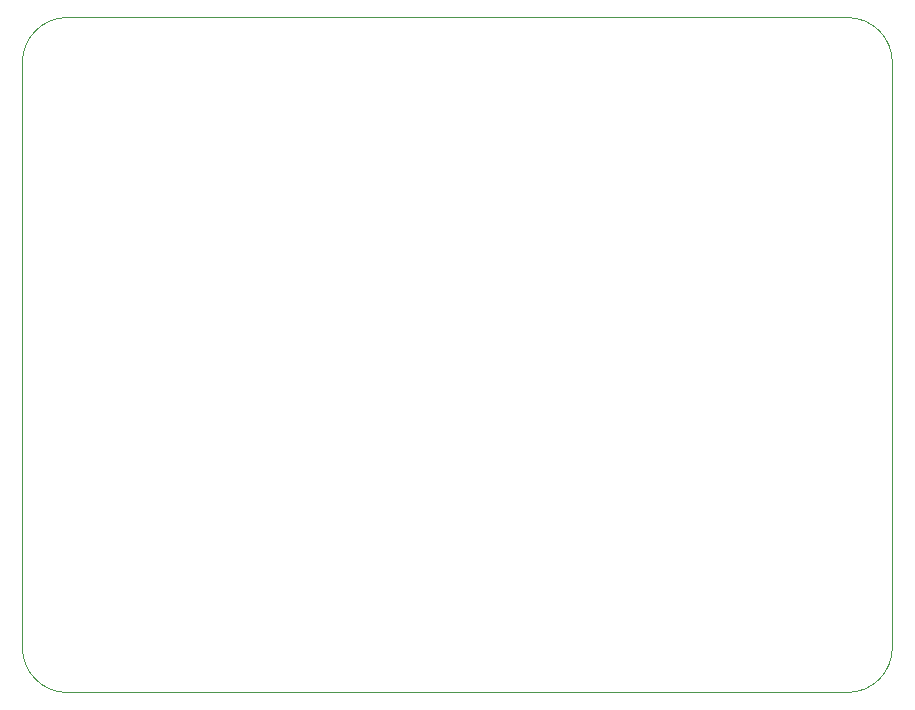
<source format=gbr>
%TF.GenerationSoftware,KiCad,Pcbnew,7.0.10*%
%TF.CreationDate,2024-01-12T17:51:54+01:00*%
%TF.ProjectId,LightDudu4Lila,4c696768-7444-4756-9475-344c696c612e,rev?*%
%TF.SameCoordinates,Original*%
%TF.FileFunction,Profile,NP*%
%FSLAX46Y46*%
G04 Gerber Fmt 4.6, Leading zero omitted, Abs format (unit mm)*
G04 Created by KiCad (PCBNEW 7.0.10) date 2024-01-12 17:51:54*
%MOMM*%
%LPD*%
G01*
G04 APERTURE LIST*
%TA.AperFunction,Profile*%
%ADD10C,0.100000*%
%TD*%
G04 APERTURE END LIST*
D10*
X133350000Y-72390000D02*
X133350000Y-106680000D01*
X127000000Y-110490000D02*
X128270000Y-110490000D01*
X63500000Y-53340000D02*
X128270000Y-53340000D01*
X59690000Y-106680000D02*
G75*
G03*
X63500000Y-110490000I3810000J0D01*
G01*
X129540000Y-110490000D02*
X128270000Y-110490000D01*
X133350000Y-57150000D02*
G75*
G03*
X129540000Y-53340000I-3810000J0D01*
G01*
X129540000Y-110490000D02*
G75*
G03*
X133350000Y-106680000I0J3810000D01*
G01*
X128270000Y-53340000D02*
X129540000Y-53340000D01*
X59690000Y-58420000D02*
X59690000Y-57150000D01*
X127000000Y-110490000D02*
X63500000Y-110490000D01*
X63500000Y-53340000D02*
G75*
G03*
X59690000Y-57150000I0J-3810000D01*
G01*
X133350000Y-72390000D02*
X133350000Y-57150000D01*
X59690000Y-106680000D02*
X59690000Y-58420000D01*
M02*

</source>
